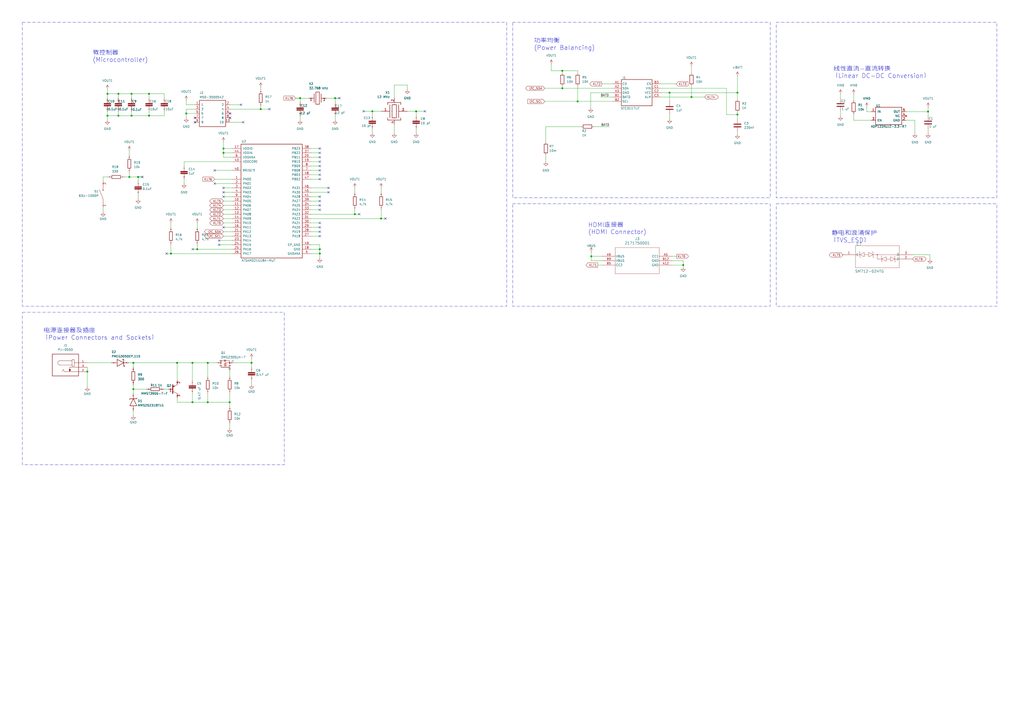
<source format=kicad_sch>
(kicad_sch (version 20231120) (generator eeschema)
  (paper "A2")
  (title_block (title "KLT_设计_4d2c415b-96bb-4092-a8d1-4e72a69d83b0") (date "2024/12/18") (rev "0"))
  (junction (at 538.357 64.7355))
  (junction (at 326.17999999999995 51.21000000000001))
  (junction (at 427.78 66.45))
  (junction (at 401.10999999999996 56.290000000000006))
  (junction (at 335.06999999999994 58.83))
  (junction (at 326.17999999999995 41.05))
  (junction (at 388.40999999999997 53.75))
  (junction (at 427.78 53.75))
  (junction (at 111.63 233.32999999999998))
  (junction (at 145.92000000000002 210.47))
  (junction (at 133.21999999999997 233.32999999999998))
  (junction (at 77.34 210.47))
  (junction (at 111.63 210.47))
  (junction (at 120.52 210.47))
  (junction (at 77.34 225.71))
  (junction (at 50.67 215.55))
  (junction (at 120.52 233.32999999999998))
  (junction (at 102.74 210.47))
  (junction (at 76.29799999999997 54.4))
  (junction (at 151.22799999999998 63.29))
  (junction (at 99.15799999999999 147.10999999999999))
  (junction (at 68.67799999999998 54.4))
  (junction (at 76.29799999999997 67.1))
  (junction (at 205.83799999999997 124.25))
  (junction (at 185.51799999999997 147.10999999999999))
  (junction (at 80.10799999999998 102.66))
  (junction (at 86.45799999999998 54.4))
  (junction (at 114.39799999999998 144.57))
  (junction (at 129.63799999999998 88.69))
  (junction (at 221.07799999999997 126.78999999999999))
  (junction (at 174.08799999999997 56.940000000000005))
  (junction (at 215.998 64.56))
  (junction (at 129.63799999999998 86.15))
  (junction (at 68.67799999999998 67.1))
  (junction (at 75.02799999999998 102.66))
  (junction (at 185.51799999999997 144.57))
  (junction (at 62.32799999999998 54.4))
  (junction (at 241.39799999999997 64.56))
  (junction (at 108.04799999999999 65.83))
  (junction (at 86.45799999999998 67.1))
  (junction (at 194.40799999999996 56.940000000000005))
  (junction (at 62.32799999999998 67.1))
  (junction (at 396.3220999999999 153.75080000000003))
  (junction (at 342.98209999999995 148.67080000000004))
  (no_connect (at 133.44799999999998 65.83))
  (no_connect (at 133.44799999999998 68.37))
  (no_connect (at 113.12799999999999 70.91))
  (no_connect (at 113.12799999999999 68.37))
  (no_connect (at 185.51799999999997 103.93))
  (no_connect (at 246.478 64.56))
  (no_connect (at 185.51799999999997 119.16999999999999))
  (no_connect (at 141.06799999999998 70.91))
  (no_connect (at 185.51799999999997 101.39000000000001))
  (no_connect (at 124.55799999999998 98.85))
  (no_connect (at 185.51799999999997 88.69))
  (no_connect (at 185.51799999999997 114.09))
  (no_connect (at 127.09799999999998 142.03))
  (no_connect (at 96.61799999999998 147.10999999999999))
  (no_connect (at 185.51799999999997 131.87))
  (no_connect (at 185.51799999999997 116.63))
  (no_connect (at 196.94799999999998 56.940000000000005))
  (no_connect (at 127.09799999999998 139.48999999999998))
  (no_connect (at 129.63799999999998 109.00999999999999))
  (no_connect (at 185.51799999999997 134.41))
  (no_connect (at 190.59799999999996 109.00999999999999))
  (no_connect (at 124.55799999999998 106.47))
  (no_connect (at 129.63799999999998 111.55000000000001))
  (no_connect (at 190.59799999999996 111.55000000000001))
  (no_connect (at 185.51799999999997 129.33))
  (no_connect (at 129.63799999999998 131.87))
  (no_connect (at 185.51799999999997 98.85))
  (no_connect (at 185.51799999999997 136.95))
  (no_connect (at 139.798 60.75))
  (no_connect (at 210.918 64.56))
  (no_connect (at 208.378 124.25))
  (no_connect (at 223.618 126.78999999999999))
  (no_connect (at 185.51799999999997 93.77000000000001))
  (no_connect (at 82.64799999999998 102.66))
  (no_connect (at 111.85799999999998 144.57))
  (no_connect (at 185.51799999999997 86.15))
  (no_connect (at 156.308 63.29))
  (no_connect (at 129.63799999999998 114.09))
  (no_connect (at 185.51799999999997 91.22999999999999))
  (no_connect (at 185.51799999999997 121.71000000000001))
  (no_connect (at 185.51799999999997 96.31))
  (wire (pts (xy 538.357 64.7355) (xy 538.357 62.19550000000001)) (stroke (width 0.1524)))
  (wire (pts (xy 538.357 77.4355) (xy 538.357 74.89550000000001)) (stroke (width 0.1524)))
  (wire (pts (xy 502.79699999999997 62.19550000000001) (xy 502.79699999999997 64.7355)) (stroke (width 0.1524)))
  (wire (pts (xy 495.17699999999996 66.00550000000001) (xy 495.17699999999996 69.81550000000001)) (stroke (width 0.1524)))
  (wire (pts (xy 495.17699999999996 54.575500000000005) (xy 495.17699999999996 58.38550000000001)) (stroke (width 0.1524)))
  (wire (pts (xy 505.337 69.81550000000001) (xy 495.17699999999996 69.81550000000001)) (stroke (width 0.1524)))
  (wire (pts (xy 487.55699999999996 54.575500000000005) (xy 487.55699999999996 57.11550000000001)) (stroke (width 0.1524)))
  (wire (pts (xy 530.737 69.81550000000001) (xy 530.737 77.4355)) (stroke (width 0.1524)))
  (wire (pts (xy 487.55699999999996 64.7355) (xy 487.55699999999996 67.27550000000001)) (stroke (width 0.1524)))
  (wire (pts (xy 525.6569999999999 64.7355) (xy 538.357 64.7355)) (stroke (width 0.1524)))
  (wire (pts (xy 525.6569999999999 69.81550000000001) (xy 530.737 69.81550000000001)) (stroke (width 0.1524)))
  (wire (pts (xy 502.79699999999997 64.7355) (xy 505.337 64.7355)) (stroke (width 0.1524)))
  (wire (pts (xy 538.357 64.7355) (xy 538.357 67.27550000000001)) (stroke (width 0.1524)))
  (wire (pts (xy 421.42999999999995 66.45) (xy 427.78 66.45)))
  (wire (pts (xy 427.78 44.22500000000001) (xy 427.78 53.75)))
  (wire (pts (xy 401.10999999999996 38.510000000000005) (xy 401.10999999999996 42.32000000000001)))
  (wire (pts (xy 388.40999999999997 66.45) (xy 388.40999999999997 68.99)))
  (wire (pts (xy 392.21999999999997 48.67) (xy 383.3299999999999 48.67)))
  (wire (pts (xy 401.10999999999996 56.290000000000006) (xy 408.72999999999996 56.290000000000006)))
  (wire (pts (xy 427.78 76.61) (xy 427.78 77.88000000000001)))
  (wire (pts (xy 326.17999999999995 49.94) (xy 326.17999999999995 51.21000000000001)))
  (wire (pts (xy 326.17999999999995 41.05) (xy 335.06999999999994 41.05)))
  (wire (pts (xy 349.03999999999996 48.67) (xy 355.38999999999993 48.67)))
  (wire (pts (xy 335.06999999999994 41.05) (xy 335.06999999999994 42.32000000000001)))
  (wire (pts (xy 353.48499999999996 73.435) (xy 344.59499999999997 73.435)))
  (wire (pts (xy 427.78 65.18) (xy 427.78 66.45)))
  (wire (pts (xy 355.38999999999993 53.75) (xy 342.68999999999994 53.75)))
  (wire (pts (xy 316.0199999999999 58.83) (xy 335.06999999999994 58.83)))
  (wire (pts (xy 383.3299999999999 53.75) (xy 388.40999999999997 53.75)))
  (wire (pts (xy 316.655 89.94500000000001) (xy 316.655 93.75500000000001)))
  (wire (pts (xy 326.17999999999995 42.32000000000001) (xy 326.17999999999995 41.05)))
  (wire (pts (xy 326.17999999999995 51.21000000000001) (xy 355.38999999999993 51.21000000000001)))
  (wire (pts (xy 421.42999999999995 51.21000000000001) (xy 421.42999999999995 66.45)))
  (wire (pts (xy 316.0199999999999 51.21000000000001) (xy 326.17999999999995 51.21000000000001)))
  (wire (pts (xy 388.40999999999997 53.75) (xy 388.40999999999997 58.83)))
  (wire (pts (xy 316.655 73.435) (xy 316.655 82.325)))
  (wire (pts (xy 388.40999999999997 53.75) (xy 427.78 53.75)))
  (wire (pts (xy 427.78 66.45) (xy 427.78 68.99)))
  (wire (pts (xy 335.06999999999994 49.94) (xy 335.06999999999994 58.83)))
  (wire (pts (xy 383.3299999999999 56.290000000000006) (xy 401.10999999999996 56.290000000000006)))
  (wire (pts (xy 319.8299999999999 37.24) (xy 319.8299999999999 41.05)))
  (wire (pts (xy 383.3299999999999 51.21000000000001) (xy 421.42999999999995 51.21000000000001)))
  (wire (pts (xy 342.68999999999994 53.75) (xy 342.68999999999994 62.64)))
  (wire (pts (xy 335.06999999999994 58.83) (xy 355.38999999999993 58.83)))
  (wire (pts (xy 319.8299999999999 41.05) (xy 326.17999999999995 41.05)))
  (wire (pts (xy 348.405 56.290000000000006) (xy 355.38999999999993 56.290000000000006)))
  (wire (pts (xy 316.655 73.435) (xy 336.97499999999997 73.435)))
  (wire (pts (xy 401.10999999999996 49.94) (xy 401.10999999999996 56.290000000000006)))
  (wire (pts (xy 427.78 53.75) (xy 427.78 57.56)))
  (wire (pts (xy 111.63 210.47) (xy 102.74 210.47)) (stroke (width 0.1524)))
  (wire (pts (xy 133.21999999999997 218.09) (xy 133.21999999999997 215.55)) (stroke (width 0.1524)))
  (wire (pts (xy 133.21999999999997 233.32999999999998) (xy 120.52 233.32999999999998)) (stroke (width 0.1524)))
  (wire (pts (xy 74.8 210.47) (xy 77.34 210.47)) (stroke (width 0.1524)))
  (wire (pts (xy 120.52 210.47) (xy 120.52 218.09)) (stroke (width 0.1524)))
  (wire (pts (xy 97.66 225.71) (xy 95.12 225.71)) (stroke (width 0.1524)))
  (wire (pts (xy 77.34 225.71) (xy 77.34 223.17000000000002)) (stroke (width 0.1524)))
  (wire (pts (xy 102.74 233.32999999999998) (xy 111.63 233.32999999999998)) (stroke (width 0.1524)))
  (wire (pts (xy 135.76 210.47) (xy 145.92000000000002 210.47)) (stroke (width 0.1524)))
  (wire (pts (xy 145.92000000000002 220.63) (xy 145.92000000000002 223.17000000000002)) (stroke (width 0.1524)))
  (wire (pts (xy 77.34 228.25) (xy 77.34 225.71)) (stroke (width 0.1524)))
  (wire (pts (xy 50.67 210.47) (xy 64.64 210.47)))
  (wire (pts (xy 102.74 220.63) (xy 102.74 210.47)) (stroke (width 0.1524)))
  (wire (pts (xy 77.34 210.47) (xy 77.34 213.01)) (stroke (width 0.1524)))
  (wire (pts (xy 145.92000000000002 213.01) (xy 145.92000000000002 210.47)) (stroke (width 0.1524)))
  (wire (pts (xy 50.67 213.01) (xy 50.67 215.55)))
  (wire (pts (xy 102.74 230.79) (xy 102.74 233.32999999999998)) (stroke (width 0.1524)))
  (wire (pts (xy 111.63 210.47) (xy 120.52 210.47)) (stroke (width 0.1524)))
  (wire (pts (xy 133.21999999999997 235.87) (xy 133.21999999999997 233.32999999999998)) (stroke (width 0.1524)))
  (wire (pts (xy 120.52 228.25) (xy 120.52 233.32999999999998)) (stroke (width 0.1524)))
  (wire (pts (xy 120.52 233.32999999999998) (xy 111.63 233.32999999999998)) (stroke (width 0.1524)))
  (wire (pts (xy 111.63 220.63) (xy 111.63 210.47)) (stroke (width 0.1524)))
  (wire (pts (xy 111.63 233.32999999999998) (xy 111.63 228.25)) (stroke (width 0.1524)))
  (wire (pts (xy 50.67 215.55) (xy 50.67 224.44)))
  (wire (pts (xy 145.92000000000002 207.93) (xy 145.92000000000002 210.47)) (stroke (width 0.1524)))
  (wire (pts (xy 77.34 240.95) (xy 77.34 238.41)) (stroke (width 0.1524)))
  (wire (pts (xy 133.21999999999997 246.03) (xy 133.21999999999997 248.57)) (stroke (width 0.1524)))
  (wire (pts (xy 125.60000000000001 210.47) (xy 120.52 210.47)) (stroke (width 0.1524)))
  (wire (pts (xy 133.21999999999997 228.25) (xy 133.21999999999997 233.32999999999998)) (stroke (width 0.1524)))
  (wire (pts (xy 84.96 225.71) (xy 77.34 225.71)) (stroke (width 0.1524)))
  (wire (pts (xy 102.74 210.47) (xy 77.34 210.47)) (stroke (width 0.1524)))
  (wire (pts (xy 488.82699999999994 147.7056) (xy 488.82699999999994 147.88340000000002)))
  (wire (pts (xy 539.4492 147.7056) (xy 539.4492 150.24560000000002)))
  (wire (pts (xy 529.2891999999999 147.7056) (xy 539.4492 147.7056)))
  (wire (pts (xy 488.64919999999995 147.7056) (xy 488.82699999999994 147.7056)))
  (wire (pts (xy 488.82699999999994 147.88340000000002) (xy 489.00479999999993 147.88340000000002)))
  (wire (pts (xy 180.438 121.71000000000001) (xy 185.51799999999997 121.71000000000001)) (stroke (width 0.1524)))
  (wire (pts (xy 215.998 64.56) (xy 221.07799999999997 64.56)) (stroke (width 0.1524)))
  (wire (pts (xy 124.55799999999998 103.93) (xy 134.71799999999996 103.93)) (stroke (width 0.1524)))
  (wire (pts (xy 133.44799999999998 63.29) (xy 151.22799999999998 63.29)) (stroke (width 0.1524)))
  (wire (pts (xy 180.438 134.41) (xy 185.51799999999997 134.41)) (stroke (width 0.1524)))
  (wire (pts (xy 113.12799999999999 65.83) (xy 108.04799999999999 65.83)) (stroke (width 0.1524)))
  (wire (pts (xy 180.438 91.22999999999999) (xy 185.51799999999997 91.22999999999999)) (stroke (width 0.1524)))
  (wire (pts (xy 221.07799999999997 126.78999999999999) (xy 223.618 126.78999999999999)) (stroke (width 0.1524)))
  (wire (pts (xy 134.71799999999996 86.15) (xy 129.63799999999998 86.15)) (stroke (width 0.1524)))
  (wire (pts (xy 171.548 56.940000000000005) (xy 174.08799999999997 56.940000000000005)))
  (wire (pts (xy 180.438 114.09) (xy 185.51799999999997 114.09)) (stroke (width 0.1524)))
  (wire (pts (xy 210.918 64.56) (xy 215.998 64.56)) (stroke (width 0.1524)))
  (wire (pts (xy 134.71799999999996 119.16999999999999) (xy 129.63799999999998 119.16999999999999)) (stroke (width 0.1524)))
  (wire (pts (xy 129.63799999999998 91.22999999999999) (xy 129.63799999999998 88.69)) (stroke (width 0.1524)))
  (wire (pts (xy 59.78799999999998 105.19999999999999) (xy 59.78799999999998 102.66)) (stroke (width 0.1524)))
  (wire (pts (xy 185.51799999999997 144.57) (xy 185.51799999999997 147.10999999999999)) (stroke (width 0.1524)))
  (wire (pts (xy 68.67799999999998 56.940000000000005) (xy 68.67799999999998 54.4)) (stroke (width 0.1524)))
  (wire (pts (xy 205.83799999999997 121.71000000000001) (xy 205.83799999999997 124.25)) (stroke (width 0.1524)))
  (wire (pts (xy 124.55799999999998 106.47) (xy 134.71799999999996 106.47)) (stroke (width 0.1524)))
  (wire (pts (xy 180.438 116.63) (xy 185.51799999999997 116.63)) (stroke (width 0.1524)))
  (wire (pts (xy 221.07799999999997 121.71000000000001) (xy 221.07799999999997 126.78999999999999)) (stroke (width 0.1524)))
  (wire (pts (xy 72.48799999999997 102.66) (xy 75.02799999999998 102.66)) (stroke (width 0.1524)))
  (wire (pts (xy 134.71799999999996 111.55000000000001) (xy 129.63799999999998 111.55000000000001)) (stroke (width 0.1524)))
  (wire (pts (xy 241.39799999999997 74.72) (xy 241.39799999999997 77.25999999999999)) (stroke (width 0.1524)))
  (wire (pts (xy 68.67799999999998 54.4) (xy 76.29799999999997 54.4)) (stroke (width 0.1524)))
  (wire (pts (xy 114.39799999999998 142.03) (xy 114.39799999999998 144.57)) (stroke (width 0.1524)))
  (wire (pts (xy 108.04799999999999 63.29) (xy 108.04799999999999 65.83)) (stroke (width 0.1524)))
  (wire (pts (xy 134.71799999999996 129.33) (xy 129.63799999999998 129.33)) (stroke (width 0.1524)))
  (wire (pts (xy 82.64799999999998 102.66) (xy 80.10799999999998 102.66)))
  (wire (pts (xy 205.83799999999997 111.55000000000001) (xy 205.83799999999997 109.00999999999999)) (stroke (width 0.1524)))
  (wire (pts (xy 236.31799999999998 49.32) (xy 236.31799999999998 51.86)) (stroke (width 0.1524)))
  (wire (pts (xy 99.15799999999999 131.87) (xy 99.15799999999999 129.33)) (stroke (width 0.1524)))
  (wire (pts (xy 194.40799999999996 56.940000000000005) (xy 194.40799999999996 59.480000000000004)) (stroke (width 0.1524)))
  (wire (pts (xy 189.32799999999997 56.940000000000005) (xy 194.40799999999996 56.940000000000005)) (stroke (width 0.1524)))
  (wire (pts (xy 180.438 144.57) (xy 185.51799999999997 144.57)) (stroke (width 0.1524)))
  (wire (pts (xy 62.32799999999998 54.4) (xy 62.32799999999998 51.86)) (stroke (width 0.1524)))
  (wire (pts (xy 134.71799999999996 114.09) (xy 129.63799999999998 114.09)) (stroke (width 0.1524)))
  (wire (pts (xy 108.04799999999999 65.83) (xy 108.04799999999999 68.37)) (stroke (width 0.1524)))
  (wire (pts (xy 134.71799999999996 98.85) (xy 124.55799999999998 98.85)) (stroke (width 0.1524)))
  (wire (pts (xy 62.32799999999998 54.4) (xy 68.67799999999998 54.4)) (stroke (width 0.1524)))
  (wire (pts (xy 194.40799999999996 67.1) (xy 194.40799999999996 69.64000000000001)) (stroke (width 0.1524)))
  (wire (pts (xy 86.45799999999998 56.940000000000005) (xy 86.45799999999998 54.4)) (stroke (width 0.1524)))
  (wire (pts (xy 221.07799999999997 109.00999999999999) (xy 221.07799999999997 111.55000000000001)))
  (wire (pts (xy 127.09799999999998 139.48999999999998) (xy 134.71799999999996 139.48999999999998)))
  (wire (pts (xy 95.34799999999998 64.56) (xy 95.34799999999998 67.1)) (stroke (width 0.1524)))
  (wire (pts (xy 236.31799999999998 64.56) (xy 241.39799999999997 64.56)) (stroke (width 0.1524)))
  (wire (pts (xy 228.69799999999998 72.18) (xy 228.69799999999998 77.25999999999999)) (stroke (width 0.1524)))
  (wire (pts (xy 86.45799999999998 67.1) (xy 95.34799999999998 67.1)) (stroke (width 0.1524)))
  (wire (pts (xy 134.71799999999996 136.95) (xy 129.63799999999998 136.95)) (stroke (width 0.1524)))
  (wire (pts (xy 180.438 142.03) (xy 185.51799999999997 142.03)) (stroke (width 0.1524)))
  (wire (pts (xy 151.22799999999998 63.29) (xy 156.308 63.29)) (stroke (width 0.1524)))
  (wire (pts (xy 134.71799999999996 134.41) (xy 129.63799999999998 134.41)) (stroke (width 0.1524)))
  (wire (pts (xy 80.10799999999998 112.82) (xy 80.10799999999998 115.36000000000001)) (stroke (width 0.1524)))
  (wire (pts (xy 174.08799999999997 59.480000000000004) (xy 174.08799999999997 56.940000000000005)) (stroke (width 0.1524)))
  (wire (pts (xy 180.438 131.87) (xy 185.51799999999997 131.87)) (stroke (width 0.1524)))
  (wire (pts (xy 75.02799999999998 102.66) (xy 75.02799999999998 100.12)) (stroke (width 0.1524)))
  (wire (pts (xy 228.69799999999998 56.940000000000005) (xy 228.69799999999998 49.32)) (stroke (width 0.1524)))
  (wire (pts (xy 180.438 147.10999999999999) (xy 185.51799999999997 147.10999999999999)) (stroke (width 0.1524)))
  (wire (pts (xy 59.78799999999998 120.44) (xy 59.78799999999998 122.97999999999999)) (stroke (width 0.1524)))
  (wire (pts (xy 106.77799999999998 93.77000000000001) (xy 106.77799999999998 96.31)) (stroke (width 0.1524)))
  (wire (pts (xy 180.438 109.00999999999999) (xy 190.59799999999996 109.00999999999999)) (stroke (width 0.1524)))
  (wire (pts (xy 80.10799999999998 102.66) (xy 82.64799999999998 102.66)) (stroke (width 0.1524)))
  (wire (pts (xy 180.438 129.33) (xy 185.51799999999997 129.33)) (stroke (width 0.1524)))
  (wire (pts (xy 180.438 101.39000000000001) (xy 185.51799999999997 101.39000000000001)) (stroke (width 0.1524)))
  (wire (pts (xy 75.02799999999998 89.96000000000001) (xy 75.02799999999998 87.41999999999999)) (stroke (width 0.1524)))
  (wire (pts (xy 76.29799999999997 64.56) (xy 76.29799999999997 67.1)) (stroke (width 0.1524)))
  (wire (pts (xy 241.39799999999997 64.56) (xy 241.39799999999997 67.1)) (stroke (width 0.1524)))
  (wire (pts (xy 134.71799999999996 88.69) (xy 129.63799999999998 88.69)) (stroke (width 0.1524)))
  (wire (pts (xy 86.45799999999998 54.4) (xy 95.34799999999998 54.4)) (stroke (width 0.1524)))
  (wire (pts (xy 62.32799999999998 64.56) (xy 62.32799999999998 67.1)) (stroke (width 0.1524)))
  (wire (pts (xy 76.29799999999997 67.1) (xy 86.45799999999998 67.1)) (stroke (width 0.1524)))
  (wire (pts (xy 174.08799999999997 67.1) (xy 174.08799999999997 69.64000000000001)) (stroke (width 0.1524)))
  (wire (pts (xy 196.94799999999998 56.940000000000005) (xy 194.40799999999996 56.940000000000005)))
  (wire (pts (xy 129.63799999999998 88.69) (xy 129.63799999999998 86.15)) (stroke (width 0.1524)))
  (wire (pts (xy 134.71799999999996 144.57) (xy 114.39799999999998 144.57)) (stroke (width 0.1524)))
  (wire (pts (xy 180.438 103.93) (xy 185.51799999999997 103.93)) (stroke (width 0.1524)))
  (wire (pts (xy 134.71799999999996 124.25) (xy 129.63799999999998 124.25)) (stroke (width 0.1524)))
  (wire (pts (xy 75.02799999999998 102.66) (xy 80.10799999999998 102.66)) (stroke (width 0.1524)))
  (wire (pts (xy 99.15799999999999 147.10999999999999) (xy 96.61799999999998 147.10999999999999)) (stroke (width 0.1524)))
  (wire (pts (xy 62.32799999999998 56.940000000000005) (xy 62.32799999999998 54.4)) (stroke (width 0.1524)))
  (wire (pts (xy 180.438 111.55000000000001) (xy 190.59799999999996 111.55000000000001)) (stroke (width 0.1524)))
  (wire (pts (xy 180.438 126.78999999999999) (xy 221.07799999999997 126.78999999999999)) (stroke (width 0.1524)))
  (wire (pts (xy 99.15799999999999 142.03) (xy 99.15799999999999 147.10999999999999)) (stroke (width 0.1524)))
  (wire (pts (xy 114.39799999999998 144.57) (xy 111.85799999999998 144.57)) (stroke (width 0.1524)))
  (wire (pts (xy 134.71799999999996 93.77000000000001) (xy 106.77799999999998 93.77000000000001)) (stroke (width 0.1524)))
  (wire (pts (xy 180.438 136.95) (xy 185.51799999999997 136.95)) (stroke (width 0.1524)))
  (wire (pts (xy 95.34799999999998 56.940000000000005) (xy 95.34799999999998 54.4)) (stroke (width 0.1524)))
  (wire (pts (xy 174.08799999999997 56.940000000000005) (xy 171.548 56.940000000000005)) (stroke (width 0.1524)))
  (wire (pts (xy 151.22799999999998 50.59) (xy 151.22799999999998 51.86)) (stroke (width 0.1524)))
  (wire (pts (xy 62.32799999999998 67.1) (xy 62.32799999999998 69.64000000000001)) (stroke (width 0.1524)))
  (wire (pts (xy 185.51799999999997 142.03) (xy 185.51799999999997 144.57)) (stroke (width 0.1524)))
  (wire (pts (xy 228.69799999999998 49.32) (xy 236.31799999999998 49.32)) (stroke (width 0.1524)))
  (wire (pts (xy 76.29799999999997 54.4) (xy 86.45799999999998 54.4)) (stroke (width 0.1524)))
  (wire (pts (xy 108.04799999999999 60.75) (xy 108.04799999999999 58.21)) (stroke (width 0.1524)))
  (wire (pts (xy 113.12799999999999 60.75) (xy 108.04799999999999 60.75)) (stroke (width 0.1524)))
  (wire (pts (xy 180.438 96.31) (xy 185.51799999999997 96.31)) (stroke (width 0.1524)))
  (wire (pts (xy 133.44799999999998 60.75) (xy 139.798 60.75)) (stroke (width 0.1524)))
  (wire (pts (xy 134.71799999999996 121.71000000000001) (xy 129.63799999999998 121.71000000000001)) (stroke (width 0.1524)))
  (wire (pts (xy 106.77799999999998 103.93) (xy 106.77799999999998 106.47)) (stroke (width 0.1524)))
  (wire (pts (xy 134.71799999999996 91.22999999999999) (xy 129.63799999999998 91.22999999999999)) (stroke (width 0.1524)))
  (wire (pts (xy 68.67799999999998 67.1) (xy 76.29799999999997 67.1)) (stroke (width 0.1524)))
  (wire (pts (xy 180.438 124.25) (xy 205.83799999999997 124.25)) (stroke (width 0.1524)))
  (wire (pts (xy 134.71799999999996 126.78999999999999) (xy 129.63799999999998 126.78999999999999)) (stroke (width 0.1524)))
  (wire (pts (xy 180.438 86.15) (xy 185.51799999999997 86.15)) (stroke (width 0.1524)))
  (wire (pts (xy 180.438 98.85) (xy 185.51799999999997 98.85)) (stroke (width 0.1524)))
  (wire (pts (xy 86.45799999999998 64.56) (xy 86.45799999999998 67.1)) (stroke (width 0.1524)))
  (wire (pts (xy 151.22799999999998 62.02) (xy 151.22799999999998 63.29)) (stroke (width 0.1524)))
  (wire (pts (xy 174.08799999999997 56.940000000000005) (xy 179.168 56.940000000000005)) (stroke (width 0.1524)))
  (wire (pts (xy 68.67799999999998 64.56) (xy 68.67799999999998 67.1)) (stroke (width 0.1524)))
  (wire (pts (xy 205.83799999999997 124.25) (xy 208.378 124.25)) (stroke (width 0.1524)))
  (wire (pts (xy 180.438 93.77000000000001) (xy 185.51799999999997 93.77000000000001)) (stroke (width 0.1524)))
  (wire (pts (xy 134.71799999999996 116.63) (xy 129.63799999999998 116.63)) (stroke (width 0.1524)))
  (wire (pts (xy 194.40799999999996 56.940000000000005) (xy 196.94799999999998 56.940000000000005)) (stroke (width 0.1524)))
  (wire (pts (xy 134.71799999999996 131.87) (xy 129.63799999999998 131.87)) (stroke (width 0.1524)))
  (wire (pts (xy 80.10799999999998 102.66) (xy 80.10799999999998 105.19999999999999)) (stroke (width 0.1524)))
  (wire (pts (xy 59.78799999999998 102.66) (xy 62.32799999999998 102.66)) (stroke (width 0.1524)))
  (wire (pts (xy 113.12799999999999 63.29) (xy 108.04799999999999 63.29)) (stroke (width 0.1524)))
  (wire (pts (xy 129.63799999999998 82.34) (xy 129.63799999999998 86.15)) (stroke (width 0.1524)))
  (wire (pts (xy 185.51799999999997 147.10999999999999) (xy 185.51799999999997 149.65)) (stroke (width 0.1524)))
  (wire (pts (xy 76.29799999999997 56.940000000000005) (xy 76.29799999999997 54.4)) (stroke (width 0.1524)))
  (wire (pts (xy 180.438 119.16999999999999) (xy 185.51799999999997 119.16999999999999)) (stroke (width 0.1524)))
  (wire (pts (xy 134.71799999999996 109.00999999999999) (xy 129.63799999999998 109.00999999999999)) (stroke (width 0.1524)))
  (wire (pts (xy 99.15799999999999 147.10999999999999) (xy 134.71799999999996 147.10999999999999)) (stroke (width 0.1524)))
  (wire (pts (xy 133.44799999999998 70.91) (xy 141.06799999999998 70.91)) (stroke (width 0.1524)))
  (wire (pts (xy 127.09799999999998 142.03) (xy 134.71799999999996 142.03)))
  (wire (pts (xy 215.998 74.72) (xy 215.998 77.25999999999999)) (stroke (width 0.1524)))
  (wire (pts (xy 180.438 88.69) (xy 185.51799999999997 88.69)) (stroke (width 0.1524)))
  (wire (pts (xy 62.32799999999998 67.1) (xy 68.67799999999998 67.1)) (stroke (width 0.1524)))
  (wire (pts (xy 215.998 67.1) (xy 215.998 64.56)) (stroke (width 0.1524)))
  (wire (pts (xy 241.39799999999997 64.56) (xy 246.478 64.56)) (stroke (width 0.1524)))
  (wire (pts (xy 114.39799999999998 131.87) (xy 114.39799999999998 129.33)) (stroke (width 0.1524)))
  (wire (pts (xy 396.3220999999999 151.21080000000003) (xy 396.3220999999999 153.75080000000003)))
  (wire (pts (xy 389.97209999999995 153.75080000000003) (xy 396.3220999999999 153.75080000000003)))
  (wire (pts (xy 396.3220999999999 153.75080000000003) (xy 396.3220999999999 155.02080000000004)))
  (wire (pts (xy 389.97209999999995 151.21080000000003) (xy 396.3220999999999 151.21080000000003)))
  (wire (pts (xy 389.97209999999995 148.67080000000004) (xy 392.5120999999999 148.67080000000004)))
  (wire (pts (xy 342.98209999999995 148.67080000000004) (xy 342.98209999999995 151.21080000000003)))
  (wire (pts (xy 342.98209999999995 148.67080000000004) (xy 349.3320999999999 148.67080000000004)))
  (wire (pts (xy 342.98209999999995 151.21080000000003) (xy 349.3320999999999 151.21080000000003)))
  (wire (pts (xy 342.98209999999995 146.13080000000002) (xy 342.98209999999995 148.67080000000004)))
  (wire (pts (xy 346.79209999999995 153.75080000000003) (xy 349.3320999999999 153.75080000000003)))
  (rectangle (start 13.0 13.0) (end 293.9 177.65) (stroke (width 0) (type dash_dot)))
  (rectangle (start 450.28 13.0) (end 578.3 114.75500000000001) (stroke (width 0) (type dash_dot)))
  (rectangle (start 297.4 13.0) (end 446.78 114.75500000000001) (stroke (width 0) (type dash_dot)))
  (rectangle (start 13.0 181.15) (end 164.92000000000002 269.57) (stroke (width 0) (type dash_dot)))
  (rectangle (start 450.28 118.25500000000001) (end 578.3 177.65) (stroke (width 0) (type dash_dot)))
  (rectangle (start 297.4 118.25500000000001) (end 446.78 177.65) (stroke (width 0) (type dash_dot)))
  (text "线性直流-直流转换\n（Linear DC-DC Conversion）" (at 483.49299999999994 42.12950000000001 0) (effects (font (size 2.54 2.54)) (justify left)))
  (text "功率均衡\n(Power Balancing)" (at 309.66999999999996 25.810000000000002 0) (effects (font (size 2.54 2.54)) (justify left)))
  (text "电源连接器及插座\n（Power Connectors and Sockets）" (at 25.27 193.96 0) (effects (font (size 2.54 2.54)) (justify left)))
  (text "静电和浪涌保护\n（TVS_ESD）" (at 482.40079999999995 137.4694 0) (effects (font (size 2.54 2.54)) (justify left)))
  (text "微控制器\n(Microcontroller)" (at 53.69199999999998 32.81 0) (effects (font (size 2.54 2.54)) (justify left)))
  (text "HDMI连接器\n(HDMI Connector)" (at 341.12789999999995 132.69420000000002 0) (effects (font (size 2.54 2.54)) (justify left)))
  (label "BATD" (at 353.48499999999996 73.435 180))
  (label "BATD" (at 348.405 56.290000000000006 0))
  (global_label "I2C_SCL" (shape input) (at 316.0199999999999 58.83 180) (property "Intersheetrefs" "${INTERSHEET_REFS}" (at 309.52719999999994 58.83 0) (effects (justify right))))
  (global_label "I2C_SDA" (shape bidirectional) (at 316.0199999999999 51.21000000000001 180) (property "Intersheetrefs" "${INTERSHEET_REFS}" (at 308.3554 51.21000000000001 0) (effects (justify right))))
  (global_label "KLT2" (shape output) (at 349.03999999999996 48.67 180) (property "Intersheetrefs" "${INTERSHEET_REFS}" (at 343.5147999999999 48.67 0) (effects (justify right))))
  (global_label "KLT4" (shape bidirectional) (at 408.72999999999996 56.290000000000006 0) (property "Intersheetrefs" "${INTERSHEET_REFS}" (at 416.39459999999997 56.290000000000006 0) (effects (justify left))))
  (global_label "KLT3" (shape input) (at 392.21999999999997 48.67 0) (property "Intersheetrefs" "${INTERSHEET_REFS}" (at 397.68469999999996 48.67 0) (effects (justify left))))
  (global_label "KLT6" (shape bidirectional) (at 529.2891999999999 150.24560000000002 0) (property "Intersheetrefs" "${INTERSHEET_REFS}" (at 535.8652 150.24560000000002 0) (effects (justify left))))
  (global_label "KLT5" (shape bidirectional) (at 489.00479999999993 147.88340000000002 180) (property "Intersheetrefs" "${INTERSHEET_REFS}" (at 482.73119999999994 147.88340000000002 0) (effects (justify right))))
  (global_label "KLT5" (shape bidirectional) (at 129.63799999999998 116.63 180) (property "Intersheetrefs" "${INTERSHEET_REFS}" (at 120.76389999999998 116.63 0) (effects (justify right))))
  (global_label "KLT0" (shape bidirectional) (at 129.63799999999998 129.33 180) (property "Intersheetrefs" "${INTERSHEET_REFS}" (at 120.76389999999998 129.33 0) (effects (justify right))))
  (global_label "KLT2" (shape bidirectional) (at 129.63799999999998 124.25 180) (property "Intersheetrefs" "${INTERSHEET_REFS}" (at 120.76389999999998 124.25 0) (effects (justify right))))
  (global_label "I2C_SCL" (shape bidirectional) (at 129.63799999999998 136.95 180) (property "Intersheetrefs" "${INTERSHEET_REFS}" (at 120.76389999999998 136.95 0) (effects (justify right))))
  (global_label "KLT6" (shape input) (at 124.55799999999998 103.93 180) (property "Intersheetrefs" "${INTERSHEET_REFS}" (at 116.00899999999999 103.93 0) (effects (justify right))))
  (global_label "KLT3" (shape bidirectional) (at 129.63799999999998 121.71000000000001 180) (property "Intersheetrefs" "${INTERSHEET_REFS}" (at 120.76389999999998 121.71000000000001 0) (effects (justify right))))
  (global_label "KLT6" (shape input) (at 171.548 56.940000000000005 180) (property "Intersheetrefs" "${INTERSHEET_REFS}" (at 162.99899999999997 56.940000000000005 0) (effects (justify right))))
  (global_label "KLT4" (shape bidirectional) (at 129.63799999999998 119.16999999999999 180) (property "Intersheetrefs" "${INTERSHEET_REFS}" (at 120.76389999999998 119.16999999999999 0) (effects (justify right))))
  (global_label "I2C_SDA" (shape bidirectional) (at 129.63799999999998 134.41 180) (property "Intersheetrefs" "${INTERSHEET_REFS}" (at 120.76389999999998 134.41 0) (effects (justify right))))
  (global_label "KLT1" (shape bidirectional) (at 129.63799999999998 126.78999999999999 180) (property "Intersheetrefs" "${INTERSHEET_REFS}" (at 120.76389999999998 126.78999999999999 0) (effects (justify right))))
  (global_label "KLT1" (shape output) (at 346.79209999999995 153.75080000000003 180) (property "Intersheetrefs" "${INTERSHEET_REFS}" (at 340.0573999999999 153.75080000000003 0) (effects (justify right))))
  (global_label "KLT0" (shape output) (at 392.5120999999999 148.67080000000004 0) (property "Intersheetrefs" "${INTERSHEET_REFS}" (at 399.24679999999995 148.67080000000004 0) (effects (justify left))))
  (symbol (lib_id "Device:R") (at 495.17699999999996 62.19550000000001 0) (unit 1)
    (property "Reference" "R1" (at 497.717 60.92540000000001 0) (effects (justify left)))
    (property "Value" "10k" (at 497.717 63.4654 0) (effects (justify left)))
    (property "Footprint" "ADP122AUJZ_3_3_R7:R_0603_1608Metric" (effects hide))
    (property "Description" "Resistor" (effects hide))
  )
  (symbol (lib_id "power:VCC") (at 502.79699999999997 62.19550000000001 0) (unit 1)
    (property "Reference" "#PWR01" (effects hide))
    (property "Value" "VIN0" (at 502.79699999999997 57.11550000000001 0))
    (property "Description" "Power symbol creates a global label with name \"VCC\"" (effects hide))
  )
  (symbol (lib_id "77c3dfa20ef34dbe803a3697a157cef9") (at 515.497 67.27550000000001 0) (mirror x) (unit 1)
    (property "Reference" "U1" (at 508.05479999999994 60.54450000000001 0) (effects (justify left bottom)))
    (property "Value" "ADP122AUJZ-3.3-R7 " (at 505.13379999999995 72.6603 0) (effects (justify left bottom)))
    (property "Footprint" "ADP122AUJZ_3_3_R7:UJ_5_ADI" (effects hide))
    (property "Manufacturers" "Analog Devices(ADI)" (effects hide))
  )
  (symbol (lib_id "Device:C") (at 538.357 71.08550000000001 0) (unit 1)
    (property "Reference" "C1" (at 538.611 68.79950000000001 0) (effects (justify left)))
    (property "Value" "1 uF" (at 538.865 73.37150000000001 0) (effects (justify left)))
    (property "Footprint" "ADP122AUJZ_3_3_R7:C_0603_1608Metric" (effects hide))
    (property "Description" "Unpolarized capacitor" (effects hide))
  )
  (symbol (lib_id "power:VCC") (at 495.17699999999996 54.575500000000005 0) (unit 1)
    (property "Reference" "#PWR02" (effects hide))
    (property "Value" "VIN0" (at 495.17699999999996 49.49550000000001 0))
    (property "Description" "Power symbol creates a global label with name \"VCC\"" (effects hide))
  )
  (symbol (lib_name "GND_1") (lib_id "power:GND") (at 530.737 77.4355 0) (unit 1)
    (property "Reference" "#PWR03" (effects hide))
    (property "Value" "GND" (at 530.737 82.5155 0))
    (property "Description" "Power symbol creates a global label with name \"GND\" , ground" (effects hide))
  )
  (symbol (lib_id "power:VCC") (at 538.357 62.19550000000001 0) (unit 1)
    (property "Reference" "#PWR04" (effects hide))
    (property "Value" "VOUT1" (at 538.357 57.11550000000001 0))
    (property "Description" "Power symbol creates a global label with name \"VCC\"" (effects hide))
  )
  (symbol (lib_id "Device:C") (at 487.55699999999996 60.925500000000014 0) (unit 1)
    (property "Reference" "C2" (at 487.811 58.63950000000001 0) (effects (justify left)))
    (property "Value" "1 uF" (at 488.06499999999994 63.211500000000015 0) (effects (justify left)))
    (property "Footprint" "ADP122AUJZ_3_3_R7:C_0603_1608Metric" (effects hide))
    (property "Description" "Unpolarized capacitor" (effects hide))
  )
  (symbol (lib_name "GND_1") (lib_id "power:GND") (at 487.55699999999996 67.27550000000001 0) (unit 1)
    (property "Reference" "#PWR05" (effects hide))
    (property "Value" "GND" (at 487.55699999999996 72.3555 0))
    (property "Description" "Power symbol creates a global label with name \"GND\" , ground" (effects hide))
  )
  (symbol (lib_id "power:VCC") (at 487.55699999999996 54.575500000000005 0) (unit 1)
    (property "Reference" "#PWR06" (effects hide))
    (property "Value" "VIN0" (at 487.55699999999996 49.49550000000001 0))
    (property "Description" "Power symbol creates a global label with name \"VCC\"" (effects hide))
  )
  (symbol (lib_name "GND_1") (lib_id "power:GND") (at 538.357 77.4355 0) (unit 1)
    (property "Reference" "#PWR07" (effects hide))
    (property "Value" "GND" (at 538.357 82.5155 0))
    (property "Description" "Power symbol creates a global label with name \"GND\" , ground" (effects hide))
  )
  (symbol (lib_id "Device:C") (at 427.78 72.80000000000001 0) (unit 1)
    (property "Reference" "C3" (at 431.5899999999999 71.52990000000001 0) (effects (justify left)))
    (property "Value" "220nF" (at 431.5899999999999 74.0699 0) (effects (justify left)))
    (property "Footprint" "STC3117IJT:C_0402_1005Metric" (effects hide))
    (property "Description" "Unpolarized capacitor" (effects hide))
  )
  (symbol (lib_id "Device:R") (at 340.78499999999997 73.435 270) (mirror x) (unit 1)
    (property "Reference" "R2" (at 338.87999999999994 75.97500000000001 90))
    (property "Value" "1K" (at 338.87999999999994 78.515 90))
    (property "Footprint" "STC3117IJT:R_0402_1005Metric" (effects hide))
    (property "Description" "Resistor" (effects hide))
  )
  (symbol (lib_id "power:GND") (at 427.78 77.88000000000001 0) (unit 1)
    (property "Reference" "#PWR08" (effects hide))
    (property "Value" "GND" (at 427.78 82.96000000000001 0))
    (property "Description" "Power symbol creates a global label with name \"GND\" , ground" (effects hide))
  )
  (symbol (lib_id "Device:R") (at 427.78 61.370000000000005 0) (unit 1)
    (property "Reference" "R3" (at 430.31999999999994 60.099900000000005 0) (effects (justify left)))
    (property "Value" "1K" (at 430.31999999999994 62.6399 0) (effects (justify left)))
    (property "Footprint" "STC3117IJT:R_0402_1005Metric" (effects hide))
    (property "Description" "Resistor" (effects hide))
  )
  (symbol (lib_id "power:GND") (at 342.68999999999994 62.64 0) (unit 1)
    (property "Reference" "#PWR09" (effects hide))
    (property "Value" "GND" (at 342.68999999999994 67.72 0))
    (property "Description" "Power symbol creates a global label with name \"GND\" , ground" (effects hide))
  )
  (symbol (lib_id "STC3117IJT:STC3117IJT") (at 355.38999999999993 48.67 0) (unit 1)
    (property "Reference" "I1" (at 362.04479999999995 45.0886 0))
    (property "Value" "STC3117IJT" (at 365.60079999999994 62.8686 0))
    (property "Footprint" "STC3117IJT:BGA9C40P3X3_146X156X66" (effects hide))
    (property "Datasheet" "http://www.st.com/content/ccc/resource/technical/document/datasheet/ea/b5/01/6e/dd/f0/49/3e/DM00105047.pdf/files/DM00105047.pdf/jcr:content/translations/en.DM00105047.pdf" (effects hide))
    (property "Description" "Battery Management ANALOG" (effects hide))
    (property "Height" "0.655" (effects hide))
    (property "Manufacturers" "STMicroelectronics" (effects hide))
    (property "Manufacturer_Part_Number" "STC3117IJT" (effects hide))
    (property "Mouser Part Number" "511-STC3117IJT" (effects hide))
    (property "Mouser Price/Stock" "https://www.mouser.co.uk/ProductDetail/STMicroelectronics/STC3117IJT?qs=JkuGhO7zlpmFAm2OGW2bCw%3D%3D" (effects hide))
    (property "Arrow Part Number" "STC3117IJT" (effects hide))
    (property "Arrow Price/Stock" "https://www.arrow.com/en/products/stc3117ijt/stmicroelectronics?region=nac" (effects hide))
  )
  (symbol (lib_id "power:+BATT") (at 427.78 44.22500000000001 0) (unit 1)
    (property "Reference" "#PWR10" (effects hide))
    (property "Value" "+BATT" (at 427.78 39.144999999999996 0))
    (property "Description" "Power symbol creates a global label with name \"+BATT\"" (effects hide))
  )
  (symbol (lib_id "power:VCC") (at 319.8299999999999 37.24 0) (unit 1)
    (property "Reference" "#PWR11" (effects hide))
    (property "Value" "VOUT1" (at 319.8299999999999 32.16 0))
    (property "Description" "Power symbol creates a global label with name \"VCC\"" (effects hide))
  )
  (symbol (lib_id "power:GND") (at 316.655 93.75500000000001 0) (unit 1)
    (property "Reference" "#PWR12" (effects hide))
    (property "Value" "GND" (at 316.655 98.83500000000001 0))
    (property "Description" "Power symbol creates a global label with name \"GND\" , ground" (effects hide))
  )
  (symbol (lib_id "Device:R") (at 401.10999999999996 46.129999999999995 0) (unit 1)
    (property "Reference" "R4" (at 403.65 44.859899999999996 0) (effects (justify left)))
    (property "Value" "10K" (at 403.65 47.3999 0) (effects (justify left)))
    (property "Footprint" "STC3117IJT:R_0402_1005Metric" (effects hide))
    (property "Description" "Resistor" (effects hide))
  )
  (symbol (lib_id "power:VCC") (at 401.10999999999996 38.510000000000005 0) (unit 1)
    (property "Reference" "#PWR13" (effects hide))
    (property "Value" "VOUT1" (at 401.10999999999996 33.43000000000001 0))
    (property "Description" "Power symbol creates a global label with name \"VCC\"" (effects hide))
  )
  (symbol (lib_id "Device:R") (at 335.06999999999994 46.129999999999995 0) (unit 1)
    (property "Reference" "R5" (at 337.60999999999996 44.859899999999996 0) (effects (justify left)))
    (property "Value" "10K" (at 337.60999999999996 47.3999 0) (effects (justify left)))
    (property "Footprint" "STC3117IJT:R_0402_1005Metric" (effects hide))
    (property "Description" "Resistor" (effects hide))
  )
  (symbol (lib_id "Device:R") (at 326.17999999999995 46.129999999999995 0) (unit 1)
    (property "Reference" "R6" (at 328.71999999999997 44.859899999999996 0) (effects (justify left)))
    (property "Value" "10K" (at 328.71999999999997 47.3999 0) (effects (justify left)))
    (property "Footprint" "STC3117IJT:R_0402_1005Metric" (effects hide))
    (property "Description" "Resistor" (effects hide))
  )
  (symbol (lib_id "Device:C") (at 388.40999999999997 62.64 0) (unit 1)
    (property "Reference" "C4" (at 392.21999999999997 61.3699 0) (effects (justify left)))
    (property "Value" "1uF" (at 392.21999999999997 63.90990000000001 0) (effects (justify left)))
    (property "Footprint" "STC3117IJT:C_0402_1005Metric" (effects hide))
    (property "Description" "Unpolarized capacitor" (effects hide))
  )
  (symbol (lib_id "power:GND") (at 388.40999999999997 68.99 0) (unit 1)
    (property "Reference" "#PWR14" (effects hide))
    (property "Value" "GND" (at 388.40999999999997 74.07000000000001 0))
    (property "Description" "Power symbol creates a global label with name \"GND\" , ground" (effects hide))
  )
  (symbol (lib_id "Device:R") (at 316.655 86.135 0) (mirror y) (unit 1)
    (property "Reference" "R7" (at 318.55999999999995 84.8649 0) (effects (justify right)))
    (property "Value" "10m" (at 318.55999999999995 87.40490000000001 0) (effects (justify right)))
    (property "Footprint" "STC3117IJT:R_0402_1005Metric" (effects hide))
    (property "Description" "Resistor" (effects hide))
  )
  (symbol (lib_id "89a02c5d51744e5f8aa4c59f04010cd6") (at 133.21999999999997 223.17000000000002 0) (mirror x) (unit 1)
    (property "Reference" "R8" (at 135.76 223.17000000000002 0) (effects (justify left top)))
    (property "Value" "10k" (at 135.76 225.71 0) (effects (justify left top)))
    (property "Footprint" "PJ_055D:R_0402_1005Metric" (effects hide))
  )
  (symbol (lib_id "power:GND") (at 133.21999999999997 248.57 0) (unit 1)
    (property "Reference" "#PWR15" (effects hide))
    (property "Value" "GND" (at 133.21999999999997 252.57 0))
  )
  (symbol (lib_id "6585e34847294296980224b96d214b51") (at 77.34 233.32999999999998 0) (mirror x) (unit 1)
    (property "Reference" "D1" (at 79.88 233.32999999999998 0) (effects (justify left top)))
    (property "Value" "MMSZ5231BT1G" (at 79.88 235.87 0) (effects (justify left top)))
    (property "Footprint" "PJ_055D:SOD-123_ONS" (effects hide))
  )
  (symbol (lib_id "154e3a4dac9d4ad98c09a44730341f3a") (at 69.72 210.47 0) (mirror x) (unit 1)
    (property "Reference" "D2" (at 64.64 204.882 0) (effects (justify left top)))
    (property "Value" "PMEG3050EP,115" (at 64.64 207.422 0) (effects (justify left top)))
    (property "Footprint" "PJ_055D:SDO_CFP5_SOD128_NEX" (effects hide))
  )
  (symbol (lib_id "35751d6b2e574a56a485d868e1d0aa6b") (at 130.68 210.47 270) (mirror x) (unit 1)
    (property "Reference" "Q1" (at 128.14 205.39 90) (effects (justify left top)))
    (property "Value" "DMG2305UX-7" (at 128.14 207.93 90) (effects (justify left top)))
    (property "Footprint" "PJ_055D:SOT-23_DIO" (effects hide))
  )
  (symbol (lib_id "power:GND") (at 77.34 240.95 0) (unit 1)
    (property "Reference" "#PWR16" (effects hide))
    (property "Value" "GND" (at 77.34 244.95 0))
  )
  (symbol (lib_id "35107a6a157d4c028224a602b4280b9d") (at 100.2 225.71 0) (unit 1)
    (property "Reference" "Q2" (at 99.438 224.44 0) (effects (justify right bottom)))
    (property "Value" "MMST3906-7-F" (at 97.40599999999999 229.012 0) (effects (justify right bottom)))
    (property "Footprint" "PJ_055D:SOT-323_DIO" (effects hide))
  )
  (symbol (lib_id "77566e0c7ec54419bbe44cb2d529746b") (at 77.34 218.09 0) (mirror x) (unit 1)
    (property "Reference" "R9" (at 79.88 218.09 0) (effects (justify left top)))
    (property "Value" "300" (at 79.88 220.63 0) (effects (justify left top)))
    (property "Footprint" "PJ_055D:R_0402_1005Metric" (effects hide))
  )
  (symbol (lib_id "PJ_055D:PJ-055D") (at 37.97 210.47 0) (unit 1)
    (property "Reference" "J1" (at 37.97 200.31 0))
    (property "Value" "PJ-055D" (at 37.97 202.85 0))
    (property "Footprint" "PJ-055D:CUI_PJ-055D" (effects hide))
    (property "PARTREV" "1.04" (effects hide))
    (property "STANDARD" "Manufacturer Recommendations" (effects hide))
    (property "MAXIMUM_PACKAGE_HEIGHT" "14.3 mm" (effects hide))
    (property "Manufacturers" "Same Sky" (effects hide))
  )
  (symbol (lib_name "2640808be34645fa9a075d39c72e2465_1") (lib_id "2640808be34645fa9a075d39c72e2465") (at 120.52 223.17000000000002 0) (mirror x) (unit 1)
    (property "Reference" "R10" (at 123.06 223.17000000000002 0) (effects (justify left top)))
    (property "Value" "10k" (at 123.06 225.71 0) (effects (justify left top)))
    (property "Footprint" "PJ_055D:R_0402_1005Metric" (effects hide))
  )
  (symbol (lib_id "power:GND") (at 50.67 224.44 0) (unit 1)
    (property "Reference" "#PWR17" (effects hide))
    (property "Value" "GND" (at 50.67 228.44 0))
  )
  (symbol (lib_id "69033cb1a55f4fdcb93c760f6f456395") (at 90.03999999999999 225.71 270) (mirror x) (unit 1)
    (property "Reference" "R11" (at 87.246 224.186 90) (effects (justify left top)))
    (property "Value" "1k" (at 91.564 224.186 90) (effects (justify left top)))
    (property "Footprint" "PJ_055D:R_0402_1005Metric" (effects hide))
  )
  (symbol (lib_name "bcb841a434094b50b6f57ae33a27ad57_1") (lib_id "bcb841a434094b50b6f57ae33a27ad57") (at 111.63 223.17000000000002 0) (mirror x) (unit 1)
    (property "Reference" "C5" (at 114.17 223.17000000000002 0) (effects (justify left top)))
    (property "Value" "0.47 uF" (at 114.932 224.186 90) (effects (justify left top)))
    (property "Footprint" "Capacitor_SMD:C_0402_1005Metric" (effects hide))
  )
  (symbol (lib_id "power:VCC") (at 145.92000000000002 207.93 0) (unit 1)
    (property "Reference" "#PWR18" (effects hide))
    (property "Value" "VOUT1" (at 145.92000000000002 202.85 0))
    (property "Description" "Power symbol creates a global label with name \"VCC\"" (effects hide))
  )
  (symbol (lib_id "power:GND") (at 145.92000000000002 223.17000000000002 0) (unit 1)
    (property "Reference" "#PWR19" (effects hide))
    (property "Value" "GND" (at 145.92000000000002 227.17000000000002 0))
  )
  (symbol (lib_id "bcb841a434094b50b6f57ae33a27ad57") (at 145.92000000000002 215.55 0) (mirror x) (unit 1)
    (property "Reference" "C6" (at 148.45999999999998 215.55 0) (effects (justify left top)))
    (property "Value" "0.47 uF" (at 148.45999999999998 218.09 0) (effects (justify left top)))
    (property "Footprint" "PJ_055D:C_0402_1005Metric" (effects hide))
  )
  (symbol (lib_id "2640808be34645fa9a075d39c72e2465") (at 133.21999999999997 240.95 0) (mirror x) (unit 1)
    (property "Reference" "R12" (at 135.76 240.95 0) (effects (justify left top)))
    (property "Value" "10k" (at 135.76 243.49 0) (effects (justify left top)))
    (property "Footprint" "PJ_055D:R_0402_1005Metric" (effects hide))
  )
  (symbol (lib_id "power:GND") (at 539.4492 150.24560000000002 0) (unit 1)
    (property "Reference" "#PWR20" (effects hide))
    (property "Value" "GND" (at 539.4492 155.3256 0))
    (property "Description" "Power symbol creates a global label with name \"GND\" , ground" (effects hide))
  )
  (symbol (lib_id "New_Library:SM712-02HTG") (at 488.64919999999995 147.7056 0) (unit 1)
    (property "Reference" "C7" (at 498.30119999999994 141.6096 0) (effects (font (size 1.524 1.524))))
    (property "Value" "SM712-02HTG" (at 504.39719999999994 157.35760000000002 0) (effects (font (size 1.524 1.524))))
    (property "Footprint" "SM712-02HTG:SOT23-3_LTF" (effects hide))
    (property "Datasheet" "SM712-02HTG" (effects hide))
    (property "Manufacturers" "Littelfuse Inc." (effects hide))
  )
  (symbol (lib_name "VCC_1") (lib_id "power:VCC") (at 221.07799999999997 109.00999999999999 0) (unit 1)
    (property "Reference" "#PWR21" (effects hide))
    (property "Value" "VOUT1" (at 221.07799999999997 103.93 0))
    (property "Description" "Power symbol creates a global label with name \"VCC\"" (effects hide))
  )
  (symbol (lib_id "59d8dd5d3684403883a6edf3276d16f2") (at 114.39799999999998 136.95 0) (mirror x) (unit 1)
    (property "Reference" "R13" (at 116.93799999999997 136.95 0) (effects (justify left top)))
    (property "Value" "4.7k" (at 116.93799999999997 139.48999999999998 0) (effects (justify left top)))
    (property "Footprint" "ATSAMD21G18A-MUT:0402R" (effects hide))
  )
  (symbol (lib_id "c53637bb522b453aa2a10ba5991595a2") (at 228.69799999999998 64.56 270) (mirror x) (unit 1)
    (property "Reference" "X1" (at 226.15799999999996 54.4 90) (effects (justify right top)))
    (property "Value" "12 MHz" (at 226.15799999999996 56.940000000000005 90) (effects (justify right top)))
    (property "Footprint" "ATSAMD21G18A-MUT:ABM8G_12_000MHZ_B4Y_T" (effects hide))
    (property "Description" "ABM8G-12.000MHZ-B-4-Y-T" (effects hide))
  )
  (symbol (lib_id "power:GND") (at 59.78799999999998 122.97999999999999 0) (unit 1)
    (property "Reference" "#PWR22" (effects hide))
    (property "Value" "GND" (at 59.78799999999998 126.97999999999999 0))
  )
  (symbol (lib_id "a694860fc00444b8bf70d6151e701455") (at 157.57799999999997 116.63 0) (mirror x) (unit 1)
    (property "Reference" "U2" (at 140.05199999999996 81.32400000000001 0) (effects (justify left bottom)))
    (property "Value" "ATSAMD21G18A-MUT" (at 140.05199999999996 150.412 0) (effects (justify left bottom)))
    (property "Footprint" "ATSAMD21G18A-MUT:QFN48_7X7MC_MCH" (effects hide))
    (property "Manufacturers" "Microchip Technology(Microchip)" (effects hide))
  )
  (symbol (lib_name "GND_1") (lib_id "power:GND") (at 185.51799999999997 149.65 0) (unit 1)
    (property "Reference" "#PWR23" (effects hide))
    (property "Value" "GND" (at 185.51799999999997 154.73 0))
    (property "Description" "Power symbol creates a global label with name \"GND\" , ground" (effects hide))
  )
  (symbol (lib_id "85d13148a64c4414bd71c9d86d11548f") (at 241.39799999999997 69.64000000000001 0) (mirror x) (unit 1)
    (property "Reference" "C8" (at 243.938 69.64000000000001 0) (effects (justify left top)))
    (property "Value" "10 pF" (at 243.938 72.18 0) (effects (justify left top)))
    (property "Footprint" "ATSAMD21G18A-MUT:0402C" (effects hide))
  )
  (symbol (lib_name "VCC_1") (lib_id "power:VCC") (at 205.83799999999997 109.00999999999999 0) (unit 1)
    (property "Reference" "#PWR24" (effects hide))
    (property "Value" "VOUT1" (at 205.83799999999997 103.93 0))
    (property "Description" "Power symbol creates a global label with name \"VCC\"" (effects hide))
  )
  (symbol (lib_name "GND_1") (lib_id "power:GND") (at 215.998 77.25999999999999 0) (unit 1)
    (property "Reference" "#PWR25" (effects hide))
    (property "Value" "GND" (at 215.998 82.34 0))
    (property "Description" "Power symbol creates a global label with name \"GND\" , ground" (effects hide))
  )
  (symbol (lib_name "GND_1") (lib_id "power:GND") (at 80.10799999999998 115.36000000000001 0) (unit 1)
    (property "Reference" "#PWR26" (effects hide))
    (property "Value" "GND" (at 80.10799999999998 120.44 0))
    (property "Description" "Power symbol creates a global label with name \"GND\" , ground" (effects hide))
  )
  (symbol (lib_id "d679d6ad08804ffe98034658b412e359") (at 76.29799999999997 59.480000000000004 0) (mirror x) (unit 1)
    (property "Reference" "C9" (at 76.55199999999998 59.480000000000004 0) (effects (justify left top)))
    (property "Value" "0.1uF" (at 76.80599999999998 64.30600000000001 0) (effects (justify left top)))
    (property "Footprint" "ATSAMD21G18A-MUT:0402C" (effects hide))
  )
  (symbol (lib_id "d679d6ad08804ffe98034658b412e359") (at 62.32799999999998 59.480000000000004 0) (mirror x) (unit 1)
    (property "Reference" "C10" (at 62.58199999999998 59.480000000000004 0) (effects (justify left top)))
    (property "Value" "0.1uF" (at 62.58199999999998 64.05199999999999 0) (effects (justify left top)))
    (property "Footprint" "ATSAMD21G18A-MUT:0402C" (effects hide))
  )
  (symbol (lib_name "GND_1") (lib_id "power:GND") (at 194.40799999999996 69.64000000000001 0) (unit 1)
    (property "Reference" "#PWR27" (effects hide))
    (property "Value" "GND" (at 194.40799999999996 74.72 0))
    (property "Description" "Power symbol creates a global label with name \"GND\" , ground" (effects hide))
  )
  (symbol (lib_name "GND_1") (lib_id "power:GND") (at 108.04799999999999 68.37 0) (unit 1)
    (property "Reference" "#PWR28" (effects hide))
    (property "Value" "GND" (at 108.04799999999999 73.44999999999999 0))
    (property "Description" "Power symbol creates a global label with name \"GND\" , ground" (effects hide))
  )
  (symbol (lib_id "d679d6ad08804ffe98034658b412e359") (at 68.67799999999998 59.480000000000004 0) (mirror x) (unit 1)
    (property "Reference" "C11" (at 68.67799999999998 59.480000000000004 0) (effects (justify left top)))
    (property "Value" "0.1uF" (at 68.93199999999999 64.05199999999999 0) (effects (justify left top)))
    (property "Footprint" "ATSAMD21G18A-MUT:0402C" (effects hide))
  )
  (symbol (lib_name "GND_1") (lib_id "power:GND") (at 241.39799999999997 77.25999999999999 0) (unit 1)
    (property "Reference" "#PWR29" (effects hide))
    (property "Value" "GND" (at 241.39799999999997 82.34 0))
    (property "Description" "Power symbol creates a global label with name \"GND\" , ground" (effects hide))
  )
  (symbol (lib_id "59d8dd5d3684403883a6edf3276d16f2") (at 205.83799999999997 116.63 0) (mirror x) (unit 1)
    (property "Reference" "R14" (at 208.378 116.63 0) (effects (justify left top)))
    (property "Value" "4.7k" (at 208.378 119.16999999999999 0) (effects (justify left top)))
    (property "Footprint" "ATSAMD21G18A-MUT:0402R" (effects hide))
  )
  (symbol (lib_name "8eea43a4825740aab88bcdde5055dec8_1") (lib_id "8eea43a4825740aab88bcdde5055dec8") (at 174.08799999999997 62.02 0) (mirror x) (unit 1)
    (property "Reference" "C12" (at 174.34199999999998 62.02 0) (effects (justify left top)))
    (property "Value" "12 pF" (at 174.34199999999998 66.338 0) (effects (justify left top)))
    (property "Footprint" "ATSAMD21G18A-MUT:0402C" (effects hide))
  )
  (symbol (lib_name "VCC_1") (lib_id "power:VCC") (at 62.32799999999998 51.86 0) (unit 1)
    (property "Reference" "#PWR30" (effects hide))
    (property "Value" "VOUT1" (at 62.32799999999998 46.78 0))
    (property "Description" "Power symbol creates a global label with name \"VCC\"" (effects hide))
  )
  (symbol (lib_name "85d13148a64c4414bd71c9d86d11548f_1") (lib_id "85d13148a64c4414bd71c9d86d11548f") (at 215.998 69.64000000000001 0) (mirror x) (unit 1)
    (property "Reference" "C13" (at 210.918 69.132 0) (effects (justify left top)))
    (property "Value" "10 pF" (at 209.64799999999997 73.70400000000001 0) (effects (justify left top)))
    (property "Footprint" "ATSAMD21G18A-MUT:0402C" (effects hide))
  )
  (symbol (lib_name "VCC_1") (lib_id "power:VCC") (at 151.22799999999998 50.59 0) (unit 1)
    (property "Reference" "#PWR31" (effects hide))
    (property "Value" "VOUT1" (at 151.22799999999998 45.51 0))
    (property "Description" "Power symbol creates a global label with name \"VCC\"" (effects hide))
  )
  (symbol (lib_name "VCC_1") (lib_id "power:VCC") (at 108.04799999999999 58.21 0) (unit 1)
    (property "Reference" "#PWR32" (effects hide))
    (property "Value" "VOUT1" (at 108.04799999999999 53.13 0))
    (property "Description" "Power symbol creates a global label with name \"VCC\"" (effects hide))
  )
  (symbol (lib_id "59d8dd5d3684403883a6edf3276d16f2") (at 221.07799999999997 116.63 0) (mirror x) (unit 1)
    (property "Reference" "R15" (at 223.618 116.63 0) (effects (justify left top)))
    (property "Value" "4.7k" (at 223.618 119.16999999999999 0) (effects (justify left top)))
    (property "Footprint" "ATSAMD21G18A-MUT:0402R" (effects hide))
  )
  (symbol (lib_id "f5efde0bca2a441da320adfe9e5c3236") (at 123.28799999999998 65.83 0) (mirror x) (unit 1)
    (property "Reference" "J2" (at 115.66799999999998 53.13 0) (effects (justify left bottom)))
    (property "Value" "M50-3500542" (at 115.66799999999998 55.67 0) (effects (justify left bottom)))
    (property "Footprint" "ATSAMD21G18A-MUT:M50_3500542" (effects hide))
  )
  (symbol (lib_name "VCC_1") (lib_id "power:VCC") (at 114.39799999999998 129.33 0) (unit 1)
    (property "Reference" "#PWR33" (effects hide))
    (property "Value" "VOUT1" (at 114.39799999999998 124.25 0))
    (property "Description" "Power symbol creates a global label with name \"VCC\"" (effects hide))
  )
  (symbol (lib_id "055cae77582c4e138823cacd5dfe841c") (at 106.77799999999998 98.85 0) (mirror x) (unit 1)
    (property "Reference" "C14" (at 109.31799999999998 98.85 0) (effects (justify left top)))
    (property "Value" "1uF" (at 109.31799999999998 101.39000000000001 0) (effects (justify left top)))
    (property "Footprint" "ATSAMD21G18A-MUT:0402C" (effects hide))
  )
  (symbol (lib_name "d679d6ad08804ffe98034658b412e359_1") (lib_id "d679d6ad08804ffe98034658b412e359") (at 80.10799999999998 107.74000000000001 0) (mirror x) (unit 1)
    (property "Reference" "C15" (at 82.64799999999998 107.74000000000001 0) (effects (justify left top)))
    (property "Value" "0.1uF" (at 82.64799999999998 110.28 0) (effects (justify left top)))
    (property "Footprint" "ATSAMD21G18A-MUT:0402C" (effects hide))
  )
  (symbol (lib_id "1fadee450cc942d7bc66953f4de7de40") (at 59.78799999999998 112.82 270) (mirror x) (unit 1)
    (property "Reference" "S1" (at 57.247999999999976 110.28 90) (effects (justify right bottom)))
    (property "Value" "B3U-1000P" (at 57.247999999999976 112.82 90) (effects (justify right bottom)))
    (property "Footprint" "ATSAMD21G18A-MUT:B3U-1000P" (effects hide))
  )
  (symbol (lib_name "59d8dd5d3684403883a6edf3276d16f2_1") (lib_id "59d8dd5d3684403883a6edf3276d16f2") (at 99.15799999999999 136.95 0) (mirror x) (unit 1)
    (property "Reference" "R16" (at 101.69799999999998 136.95 0) (effects (justify left top)))
    (property "Value" "4.7k" (at 101.69799999999998 139.48999999999998 0) (effects (justify left top)))
    (property "Footprint" "ATSAMD21G18A-MUT:0402R" (effects hide))
  )
  (symbol (lib_name "GND_1") (lib_id "power:GND") (at 106.77799999999998 106.47 0) (unit 1)
    (property "Reference" "#PWR34" (effects hide))
    (property "Value" "GND" (at 106.77799999999998 111.55000000000001 0))
    (property "Description" "Power symbol creates a global label with name \"GND\" , ground" (effects hide))
  )
  (symbol (lib_id "eef5dda9063344d2ac8d765518fca3c7") (at 151.22799999999998 56.940000000000005 0) (mirror x) (unit 1)
    (property "Reference" "R17" (at 153.76799999999997 56.940000000000005 0) (effects (justify left top)))
    (property "Value" "1k" (at 153.76799999999997 59.480000000000004 0) (effects (justify left top)))
    (property "Footprint" "ATSAMD21G18A-MUT:0402R" (effects hide))
  )
  (symbol (lib_name "GND_1") (lib_id "power:GND") (at 228.69799999999998 77.25999999999999 0) (unit 1)
    (property "Reference" "#PWR35" (effects hide))
    (property "Value" "GND" (at 228.69799999999998 82.34 0))
    (property "Description" "Power symbol creates a global label with name \"GND\" , ground" (effects hide))
  )
  (symbol (lib_name "d2e61be6e8d5431b80327900143beec2_1") (lib_id "d2e61be6e8d5431b80327900143beec2") (at 86.45799999999998 59.480000000000004 0) (mirror x) (unit 1)
    (property "Reference" "C16" (at 86.71199999999999 59.480000000000004 0) (effects (justify left top)))
    (property "Value" "10uF" (at 86.96599999999998 64.05199999999999 0) (effects (justify left top)))
    (property "Footprint" "ATSAMD21G18A-MUT:0603C" (effects hide))
  )
  (symbol (lib_name "GND_1") (lib_id "power:GND") (at 174.08799999999997 69.64000000000001 0) (unit 1)
    (property "Reference" "#PWR36" (effects hide))
    (property "Value" "GND" (at 174.08799999999997 74.72 0))
    (property "Description" "Power symbol creates a global label with name \"GND\" , ground" (effects hide))
  )
  (symbol (lib_name "VCC_1") (lib_id "power:VCC") (at 75.02799999999998 87.41999999999999 0) (unit 1)
    (property "Reference" "#PWR37" (effects hide))
    (property "Value" "VOUT1" (at 75.02799999999998 82.34 0))
    (property "Description" "Power symbol creates a global label with name \"VCC\"" (effects hide))
  )
  (symbol (lib_id "8eea43a4825740aab88bcdde5055dec8") (at 194.40799999999996 62.02 0) (mirror x) (unit 1)
    (property "Reference" "C17" (at 194.40799999999996 62.274 0) (effects (justify left top)))
    (property "Value" "12 pF" (at 194.40799999999996 66.084 0) (effects (justify left top)))
    (property "Footprint" "ATSAMD21G18A-MUT:0402C" (effects hide))
  )
  (symbol (lib_id "d2e61be6e8d5431b80327900143beec2") (at 95.34799999999998 59.480000000000004 0) (mirror x) (unit 1)
    (property "Reference" "C18" (at 95.60199999999998 59.480000000000004 0) (effects (justify left top)))
    (property "Value" "10uF" (at 95.85599999999998 64.05199999999999 0) (effects (justify left top)))
    (property "Footprint" "ATSAMD21G18A-MUT:0603C" (effects hide))
  )
  (symbol (lib_name "GND_1") (lib_id "power:GND") (at 236.31799999999998 51.86 0) (unit 1)
    (property "Reference" "#PWR38" (effects hide))
    (property "Value" "GND" (at 236.31799999999998 56.940000000000005 0))
    (property "Description" "Power symbol creates a global label with name \"GND\" , ground" (effects hide))
  )
  (symbol (lib_name "GND_1") (lib_id "power:GND") (at 62.32799999999998 69.64000000000001 0) (unit 1)
    (property "Reference" "#PWR39" (effects hide))
    (property "Value" "GND" (at 62.32799999999998 74.72 0))
    (property "Description" "Power symbol creates a global label with name \"GND\" , ground" (effects hide))
  )
  (symbol (lib_name "VCC_1") (lib_id "power:VCC") (at 129.63799999999998 82.34 0) (unit 1)
    (property "Reference" "#PWR40" (effects hide))
    (property "Value" "VOUT1" (at 129.63799999999998 77.25999999999999 0))
    (property "Description" "Power symbol creates a global label with name \"VCC\"" (effects hide))
  )
  (symbol (lib_id "b288647140ea4bdb87abf4ea1a6ef720") (at 184.248 56.940000000000005 270) (mirror x) (unit 1)
    (property "Reference" "X2" (at 179.168 49.32 90) (effects (justify left top)))
    (property "Value" "32.768 kHz" (at 179.168 51.86 90) (effects (justify left top)))
    (property "Footprint" "ATSAMD21G18A-MUT:ABS05_32_768KHZ_T" (effects hide))
    (property "Description" "ABS05-32.768KHZ-T" (effects hide))
  )
  (symbol (lib_id "c67428543f594619a0dd718329961ce6") (at 67.40799999999999 102.66 270) (mirror x) (unit 1)
    (property "Reference" "R18" (at 64.86799999999998 97.58000000000001 90) (effects (justify left top)))
    (property "Value" "330" (at 64.86799999999998 100.12 90) (effects (justify left top)))
    (property "Footprint" "ATSAMD21G18A-MUT:0402R" (effects hide))
  )
  (symbol (lib_id "5b03a4e39cdd44388ac81e5147c6d544") (at 75.02799999999998 95.03999999999999 0) (mirror x) (unit 1)
    (property "Reference" "R19" (at 77.56799999999998 95.03999999999999 0) (effects (justify left top)))
    (property "Value" "10k" (at 77.56799999999998 97.58000000000001 0) (effects (justify left top)))
    (property "Footprint" "ATSAMD21G18A-MUT:0402R" (effects hide))
  )
  (symbol (lib_name "VCC_1") (lib_id "power:VCC") (at 99.15799999999999 129.33 0) (unit 1)
    (property "Reference" "#PWR41" (effects hide))
    (property "Value" "VOUT1" (at 99.15799999999999 124.25 0))
    (property "Description" "Power symbol creates a global label with name \"VCC\"" (effects hide))
  )
  (symbol (lib_id "power:VBUS") (at 342.98209999999995 146.13080000000002 0) (unit 1)
    (property "Reference" "#PWR42" (effects hide))
    (property "Value" "VBUS" (at 342.98209999999995 142.57480000000004 0))
    (property "Description" "Power symbol creates a global label with name \"VBUS\"" (effects hide))
  )
  (symbol (lib_id "power:GND") (at 396.3220999999999 155.02080000000004 0) (unit 1)
    (property "Reference" "#PWR43" (effects hide))
    (property "Value" "GND" (at 396.3220999999999 160.10080000000005 0))
    (property "Description" "Power symbol creates a global label with name \"GND\" , ground" (effects hide))
  )
  (symbol (lib_id "2171750001:2171750001") (at 349.3320999999999 148.67080000000004 0) (unit 1)
    (property "Reference" "J3" (at 369.6520999999999 138.51080000000002 0) (effects (font (size 1.524 1.524))))
    (property "Value" "2171750001" (at 369.6520999999999 141.05080000000004 0) (effects (font (size 1.524 1.524))))
    (property "Footprint" "2171750001:2171750001_MOL" (effects hide))
    (property "Datasheet" "2171750001" (effects hide))
    (property "Manufacturers" "Molex" (effects hide))
  )
)
</source>
